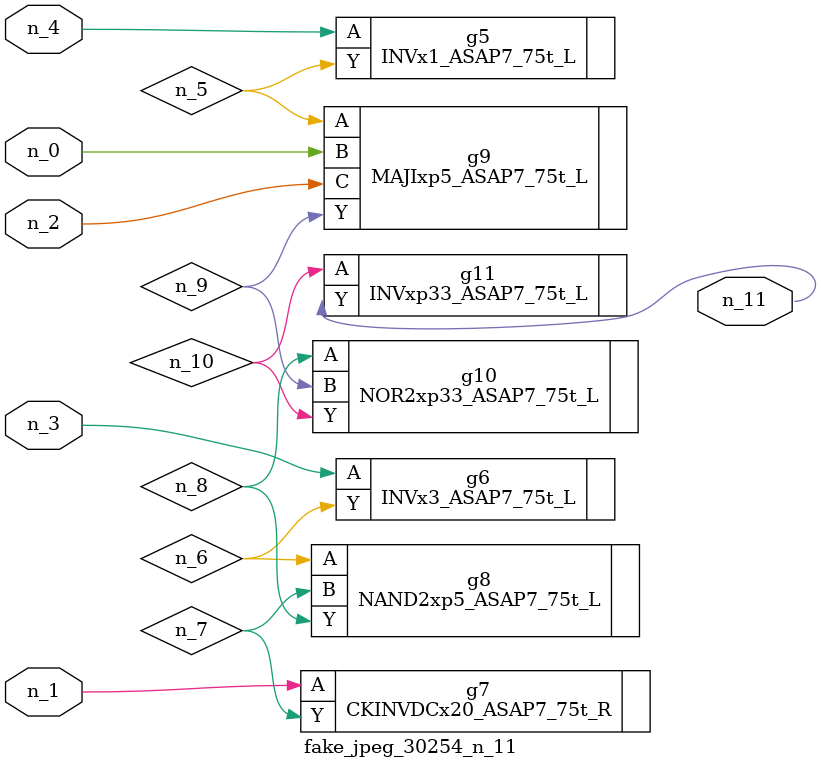
<source format=v>
module fake_jpeg_30254_n_11 (n_3, n_2, n_1, n_0, n_4, n_11);

input n_3;
input n_2;
input n_1;
input n_0;
input n_4;

output n_11;

wire n_10;
wire n_8;
wire n_9;
wire n_6;
wire n_5;
wire n_7;

INVx1_ASAP7_75t_L g5 ( 
.A(n_4),
.Y(n_5)
);

INVx3_ASAP7_75t_L g6 ( 
.A(n_3),
.Y(n_6)
);

CKINVDCx20_ASAP7_75t_R g7 ( 
.A(n_1),
.Y(n_7)
);

NAND2xp5_ASAP7_75t_L g8 ( 
.A(n_6),
.B(n_7),
.Y(n_8)
);

NOR2xp33_ASAP7_75t_L g10 ( 
.A(n_8),
.B(n_9),
.Y(n_10)
);

MAJIxp5_ASAP7_75t_L g9 ( 
.A(n_5),
.B(n_0),
.C(n_2),
.Y(n_9)
);

INVxp33_ASAP7_75t_L g11 ( 
.A(n_10),
.Y(n_11)
);


endmodule
</source>
